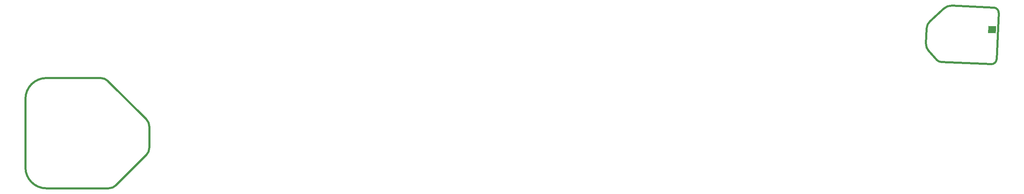
<source format=gbr>
*
G4_C Author: OrCAD GerbTool(tm) 8.1.1 Wed Jun 18 21:21:11 2003*
%LPD*%
%LNstiffbot*%
%FSLAX34Y34*%
%MOIN*%
%AD*%
%AMD26R87*
20,1,0.027000,0.000000,-0.036000,0.000000,0.036000,87.400000*
%
%ADD10C,0.010000*%
%ADD11C,0.020000*%
%ADD12D26R87*%
%ADD26R,0.027000X0.072000*%
G4_C OrCAD GerbTool Tool List *
G54D11*
G1X9412Y460D2*
G75*
G2X8706Y167I-707J707D1*
G74*
G1X9412Y460D2*
G1X12298Y3346D1*
G75*
G3X12590Y4053I-707J707D1*
G74*
G1X12590Y6076D1*
G75*
G3X12298Y6783I-1000J0D1*
G74*
G1X8649Y10431D1*
G75*
G3X7942Y10724I-707J-707D1*
G74*
G1X8706Y167D2*
G1X2762Y167D1*
G75*
G2X762Y2167I0J2000D1*
G74*
G1X762Y8724D1*
G1X2762Y10724D2*
G1X7942Y10724D1*
G1X762Y8724D2*
G75*
G2X2762Y10724I2000J0D1*
G74*
G1X93685Y16946D2*
G75*
G3X93208Y17468I-500J23D1*
G74*
G1X87806Y12431D2*
G75*
G3X88153Y12268I370J338D1*
G74*
G1X92962Y12050D1*
G1X93484Y12527D2*
G1X93685Y16946D1*
G1X92962Y12050D2*
G75*
G3X93484Y12527I23J500D1*
G74*
G1X87806Y12431D2*
G1X87001Y13314D1*
G75*
G2X86741Y14033I738J674D1*
G74*
G1X86806Y15470D1*
G75*
G2X87131Y16163I999J-45D1*
G74*
G1X88475Y17390D1*
G1X89195Y17651D2*
G1X93208Y17468D1*
G1X88475Y17390D2*
G75*
G2X89195Y17651I674J-738D1*
G74*
G54D12*
G1X93044Y15155D3*
G1X93053Y15353D3*
G1X93062Y15553D3*
M2*

</source>
